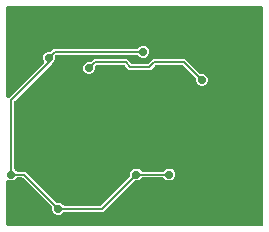
<source format=gbl>
G04 EAGLE Gerber RS-274X export*
G75*
%MOMM*%
%FSLAX34Y34*%
%LPD*%
%INBottom Copper*%
%IPPOS*%
%AMOC8*
5,1,8,0,0,1.08239X$1,22.5*%
G01*
%ADD10C,0.808000*%
%ADD11C,0.706400*%
%ADD12C,0.200000*%

G36*
X219535Y4005D02*
X219535Y4005D01*
X219571Y4002D01*
X219707Y4025D01*
X219843Y4041D01*
X219877Y4053D01*
X219912Y4058D01*
X220039Y4111D01*
X220169Y4158D01*
X220198Y4177D01*
X220231Y4191D01*
X220343Y4272D01*
X220458Y4347D01*
X220483Y4373D01*
X220511Y4393D01*
X220602Y4497D01*
X220697Y4597D01*
X220715Y4628D01*
X220738Y4654D01*
X220802Y4777D01*
X220872Y4895D01*
X220882Y4929D01*
X220899Y4961D01*
X220933Y5094D01*
X220974Y5226D01*
X220976Y5261D01*
X220985Y5295D01*
X220999Y5500D01*
X220999Y189500D01*
X220995Y189535D01*
X220998Y189571D01*
X220975Y189707D01*
X220959Y189843D01*
X220947Y189877D01*
X220942Y189912D01*
X220889Y190039D01*
X220842Y190169D01*
X220823Y190198D01*
X220809Y190231D01*
X220728Y190343D01*
X220653Y190458D01*
X220627Y190483D01*
X220607Y190511D01*
X220503Y190602D01*
X220403Y190697D01*
X220372Y190715D01*
X220346Y190738D01*
X220223Y190802D01*
X220105Y190872D01*
X220071Y190882D01*
X220039Y190899D01*
X219906Y190933D01*
X219774Y190974D01*
X219739Y190976D01*
X219705Y190985D01*
X219500Y190999D01*
X5500Y190999D01*
X5465Y190995D01*
X5429Y190998D01*
X5293Y190975D01*
X5157Y190959D01*
X5123Y190947D01*
X5088Y190942D01*
X4961Y190889D01*
X4831Y190842D01*
X4802Y190823D01*
X4769Y190809D01*
X4657Y190728D01*
X4542Y190653D01*
X4517Y190627D01*
X4489Y190607D01*
X4398Y190503D01*
X4303Y190403D01*
X4285Y190372D01*
X4262Y190346D01*
X4198Y190223D01*
X4128Y190105D01*
X4118Y190071D01*
X4101Y190039D01*
X4067Y189906D01*
X4026Y189774D01*
X4024Y189739D01*
X4015Y189705D01*
X4001Y189500D01*
X4001Y114126D01*
X4013Y114023D01*
X4015Y113918D01*
X4033Y113851D01*
X4041Y113783D01*
X4076Y113685D01*
X4102Y113584D01*
X4135Y113523D01*
X4158Y113458D01*
X4215Y113370D01*
X4264Y113278D01*
X4309Y113226D01*
X4347Y113168D01*
X4422Y113096D01*
X4491Y113017D01*
X4547Y112977D01*
X4597Y112929D01*
X4687Y112877D01*
X4772Y112816D01*
X4836Y112789D01*
X4895Y112754D01*
X4995Y112724D01*
X5091Y112684D01*
X5160Y112673D01*
X5226Y112652D01*
X5330Y112645D01*
X5433Y112628D01*
X5502Y112633D01*
X5571Y112629D01*
X5673Y112646D01*
X5778Y112653D01*
X5844Y112673D01*
X5912Y112685D01*
X6008Y112725D01*
X6108Y112756D01*
X6167Y112791D01*
X6231Y112817D01*
X6316Y112878D01*
X6405Y112931D01*
X6484Y113000D01*
X6511Y113020D01*
X6526Y113036D01*
X6560Y113066D01*
X35628Y142134D01*
X35650Y142162D01*
X35677Y142185D01*
X35757Y142297D01*
X35843Y142405D01*
X35858Y142437D01*
X35879Y142466D01*
X35931Y142594D01*
X35990Y142718D01*
X35997Y142753D01*
X36011Y142786D01*
X36033Y142922D01*
X36061Y143057D01*
X36060Y143092D01*
X36066Y143127D01*
X36056Y143264D01*
X36053Y143402D01*
X36044Y143437D01*
X36041Y143472D01*
X36000Y143603D01*
X35966Y143737D01*
X35949Y143768D01*
X35939Y143802D01*
X35868Y143921D01*
X35804Y144043D01*
X35781Y144069D01*
X35763Y144100D01*
X35746Y144120D01*
X34967Y145999D01*
X34967Y148001D01*
X35733Y149851D01*
X37149Y151267D01*
X38999Y152033D01*
X40875Y152033D01*
X41013Y152049D01*
X41153Y152059D01*
X41185Y152069D01*
X41219Y152073D01*
X41349Y152120D01*
X41483Y152161D01*
X41512Y152179D01*
X41544Y152190D01*
X41661Y152266D01*
X41781Y152337D01*
X41815Y152367D01*
X41833Y152379D01*
X41857Y152403D01*
X41935Y152472D01*
X43964Y154501D01*
X114762Y154501D01*
X114901Y154517D01*
X115040Y154527D01*
X115072Y154537D01*
X115106Y154541D01*
X115237Y154588D01*
X115370Y154629D01*
X115399Y154647D01*
X115431Y154658D01*
X115548Y154734D01*
X115668Y154805D01*
X115702Y154835D01*
X115721Y154847D01*
X115744Y154871D01*
X115822Y154940D01*
X117149Y156267D01*
X118999Y157033D01*
X121001Y157033D01*
X122851Y156267D01*
X124267Y154851D01*
X125033Y153001D01*
X125033Y150999D01*
X124267Y149149D01*
X122851Y147733D01*
X121001Y146967D01*
X118999Y146967D01*
X117149Y147733D01*
X115822Y149060D01*
X115713Y149147D01*
X115608Y149238D01*
X115578Y149254D01*
X115551Y149275D01*
X115425Y149334D01*
X115302Y149399D01*
X115269Y149407D01*
X115238Y149422D01*
X115102Y149450D01*
X114967Y149485D01*
X114922Y149488D01*
X114900Y149493D01*
X114866Y149492D01*
X114762Y149499D01*
X46657Y149499D01*
X46519Y149483D01*
X46379Y149473D01*
X46347Y149463D01*
X46313Y149459D01*
X46183Y149412D01*
X46049Y149371D01*
X46020Y149353D01*
X45988Y149342D01*
X45871Y149266D01*
X45751Y149195D01*
X45717Y149165D01*
X45699Y149153D01*
X45675Y149129D01*
X45597Y149060D01*
X45472Y148935D01*
X45395Y148838D01*
X45389Y148832D01*
X45386Y148826D01*
X45385Y148826D01*
X45294Y148721D01*
X45278Y148691D01*
X45257Y148664D01*
X45198Y148538D01*
X45133Y148415D01*
X45125Y148382D01*
X45110Y148351D01*
X45082Y148215D01*
X45047Y148080D01*
X45044Y148035D01*
X45039Y148013D01*
X45040Y147979D01*
X45033Y147875D01*
X45033Y145999D01*
X44267Y144149D01*
X42940Y142822D01*
X42853Y142713D01*
X42762Y142608D01*
X42746Y142578D01*
X42725Y142551D01*
X42666Y142425D01*
X42601Y142302D01*
X42593Y142269D01*
X42578Y142238D01*
X42550Y142102D01*
X42515Y141967D01*
X42513Y141946D01*
X10940Y110373D01*
X10853Y110264D01*
X10762Y110158D01*
X10746Y110128D01*
X10725Y110102D01*
X10666Y109976D01*
X10601Y109852D01*
X10593Y109819D01*
X10578Y109789D01*
X10550Y109652D01*
X10515Y109517D01*
X10512Y109472D01*
X10507Y109450D01*
X10508Y109417D01*
X10501Y109313D01*
X10501Y53238D01*
X10517Y53099D01*
X10527Y52960D01*
X10537Y52928D01*
X10541Y52894D01*
X10588Y52763D01*
X10629Y52630D01*
X10647Y52601D01*
X10658Y52569D01*
X10734Y52452D01*
X10805Y52332D01*
X10835Y52298D01*
X10847Y52279D01*
X10871Y52256D01*
X10940Y52178D01*
X12178Y50940D01*
X12287Y50853D01*
X12392Y50762D01*
X12422Y50746D01*
X12449Y50725D01*
X12575Y50666D01*
X12698Y50601D01*
X12731Y50593D01*
X12762Y50578D01*
X12898Y50550D01*
X13033Y50515D01*
X13078Y50512D01*
X13100Y50507D01*
X13134Y50508D01*
X13238Y50501D01*
X20036Y50501D01*
X46065Y24472D01*
X46174Y24385D01*
X46279Y24294D01*
X46309Y24278D01*
X46336Y24257D01*
X46462Y24198D01*
X46585Y24133D01*
X46618Y24125D01*
X46649Y24110D01*
X46785Y24082D01*
X46920Y24047D01*
X46965Y24044D01*
X46987Y24039D01*
X47021Y24040D01*
X47125Y24033D01*
X49001Y24033D01*
X50851Y23267D01*
X52177Y21940D01*
X52287Y21853D01*
X52392Y21762D01*
X52422Y21746D01*
X52449Y21725D01*
X52575Y21666D01*
X52698Y21601D01*
X52731Y21593D01*
X52762Y21578D01*
X52898Y21550D01*
X53033Y21515D01*
X53078Y21512D01*
X53100Y21507D01*
X53134Y21508D01*
X53238Y21501D01*
X83343Y21501D01*
X83481Y21517D01*
X83621Y21527D01*
X83653Y21537D01*
X83687Y21541D01*
X83817Y21588D01*
X83951Y21629D01*
X83980Y21647D01*
X84012Y21658D01*
X84129Y21734D01*
X84249Y21805D01*
X84283Y21835D01*
X84301Y21847D01*
X84325Y21871D01*
X84403Y21940D01*
X108528Y46065D01*
X108615Y46174D01*
X108706Y46279D01*
X108722Y46309D01*
X108743Y46336D01*
X108802Y46462D01*
X108867Y46585D01*
X108875Y46618D01*
X108890Y46649D01*
X108918Y46785D01*
X108953Y46920D01*
X108956Y46965D01*
X108961Y46987D01*
X108960Y47021D01*
X108967Y47125D01*
X108967Y49001D01*
X109733Y50851D01*
X111149Y52267D01*
X112999Y53033D01*
X115001Y53033D01*
X116851Y52267D01*
X118177Y50940D01*
X118287Y50853D01*
X118392Y50762D01*
X118422Y50746D01*
X118449Y50725D01*
X118575Y50666D01*
X118698Y50601D01*
X118731Y50593D01*
X118762Y50578D01*
X118898Y50550D01*
X119033Y50515D01*
X119078Y50512D01*
X119100Y50507D01*
X119134Y50508D01*
X119238Y50501D01*
X136762Y50501D01*
X136901Y50517D01*
X137040Y50527D01*
X137072Y50537D01*
X137106Y50541D01*
X137237Y50588D01*
X137370Y50629D01*
X137399Y50647D01*
X137431Y50658D01*
X137548Y50734D01*
X137668Y50805D01*
X137702Y50835D01*
X137721Y50847D01*
X137744Y50871D01*
X137823Y50940D01*
X139149Y52267D01*
X140999Y53033D01*
X143001Y53033D01*
X144851Y52267D01*
X146267Y50851D01*
X147033Y49001D01*
X147033Y46999D01*
X146267Y45149D01*
X144851Y43733D01*
X143001Y42967D01*
X140999Y42967D01*
X139149Y43733D01*
X137823Y45060D01*
X137713Y45147D01*
X137608Y45238D01*
X137578Y45254D01*
X137551Y45275D01*
X137425Y45334D01*
X137302Y45399D01*
X137269Y45407D01*
X137238Y45422D01*
X137102Y45450D01*
X136967Y45485D01*
X136922Y45488D01*
X136900Y45493D01*
X136866Y45492D01*
X136762Y45499D01*
X119238Y45499D01*
X119099Y45483D01*
X118960Y45473D01*
X118928Y45463D01*
X118894Y45459D01*
X118763Y45412D01*
X118630Y45371D01*
X118601Y45353D01*
X118569Y45342D01*
X118452Y45266D01*
X118332Y45195D01*
X118298Y45165D01*
X118279Y45153D01*
X118256Y45129D01*
X118177Y45060D01*
X116851Y43733D01*
X115001Y42967D01*
X113125Y42967D01*
X112987Y42951D01*
X112847Y42941D01*
X112815Y42931D01*
X112781Y42927D01*
X112651Y42880D01*
X112517Y42839D01*
X112488Y42821D01*
X112456Y42810D01*
X112339Y42734D01*
X112219Y42663D01*
X112185Y42633D01*
X112167Y42621D01*
X112143Y42597D01*
X112065Y42528D01*
X86036Y16499D01*
X53238Y16499D01*
X53099Y16483D01*
X52960Y16473D01*
X52928Y16463D01*
X52894Y16459D01*
X52763Y16412D01*
X52630Y16371D01*
X52601Y16353D01*
X52569Y16342D01*
X52452Y16266D01*
X52332Y16195D01*
X52298Y16165D01*
X52279Y16153D01*
X52256Y16129D01*
X52177Y16060D01*
X50851Y14733D01*
X49001Y13967D01*
X46999Y13967D01*
X45149Y14733D01*
X43733Y16149D01*
X42967Y17999D01*
X42967Y19875D01*
X42951Y20013D01*
X42941Y20153D01*
X42931Y20185D01*
X42927Y20219D01*
X42880Y20349D01*
X42839Y20483D01*
X42821Y20512D01*
X42810Y20544D01*
X42734Y20661D01*
X42663Y20781D01*
X42633Y20815D01*
X42621Y20833D01*
X42597Y20857D01*
X42528Y20935D01*
X18403Y45060D01*
X18294Y45147D01*
X18189Y45238D01*
X18159Y45254D01*
X18132Y45275D01*
X18006Y45334D01*
X17883Y45399D01*
X17850Y45407D01*
X17819Y45422D01*
X17683Y45450D01*
X17548Y45485D01*
X17503Y45488D01*
X17481Y45493D01*
X17447Y45492D01*
X17343Y45499D01*
X13238Y45499D01*
X13099Y45483D01*
X12960Y45473D01*
X12928Y45463D01*
X12894Y45459D01*
X12763Y45412D01*
X12630Y45371D01*
X12601Y45353D01*
X12569Y45342D01*
X12452Y45266D01*
X12332Y45195D01*
X12298Y45165D01*
X12279Y45153D01*
X12256Y45129D01*
X12178Y45060D01*
X10851Y43733D01*
X9001Y42967D01*
X6999Y42967D01*
X6074Y43351D01*
X5923Y43393D01*
X5774Y43439D01*
X5757Y43440D01*
X5741Y43445D01*
X5586Y43452D01*
X5429Y43463D01*
X5413Y43460D01*
X5396Y43461D01*
X5242Y43432D01*
X5088Y43407D01*
X5073Y43401D01*
X5056Y43397D01*
X4912Y43334D01*
X4769Y43274D01*
X4755Y43265D01*
X4740Y43258D01*
X4615Y43163D01*
X4489Y43072D01*
X4477Y43059D01*
X4464Y43049D01*
X4364Y42929D01*
X4262Y42811D01*
X4254Y42796D01*
X4243Y42783D01*
X4174Y42643D01*
X4101Y42505D01*
X4097Y42488D01*
X4089Y42473D01*
X4054Y42321D01*
X4015Y42170D01*
X4013Y42148D01*
X4011Y42137D01*
X4011Y42109D01*
X4001Y41965D01*
X4001Y5500D01*
X4005Y5465D01*
X4002Y5429D01*
X4025Y5293D01*
X4041Y5157D01*
X4053Y5123D01*
X4058Y5088D01*
X4111Y4961D01*
X4158Y4831D01*
X4177Y4802D01*
X4191Y4769D01*
X4272Y4657D01*
X4347Y4542D01*
X4373Y4517D01*
X4393Y4489D01*
X4497Y4398D01*
X4597Y4303D01*
X4628Y4285D01*
X4654Y4262D01*
X4777Y4198D01*
X4895Y4128D01*
X4929Y4118D01*
X4961Y4101D01*
X5094Y4067D01*
X5226Y4026D01*
X5261Y4024D01*
X5295Y4015D01*
X5500Y4001D01*
X219500Y4001D01*
X219535Y4005D01*
G37*
%LPC*%
G36*
X168499Y122967D02*
X168499Y122967D01*
X166649Y123733D01*
X165233Y125149D01*
X164467Y126999D01*
X164467Y128875D01*
X164451Y129013D01*
X164441Y129153D01*
X164431Y129185D01*
X164427Y129219D01*
X164380Y129349D01*
X164339Y129483D01*
X164321Y129512D01*
X164310Y129544D01*
X164234Y129661D01*
X164163Y129781D01*
X164133Y129815D01*
X164121Y129833D01*
X164097Y129857D01*
X164028Y129935D01*
X153935Y140028D01*
X153826Y140115D01*
X153721Y140206D01*
X153691Y140222D01*
X153664Y140243D01*
X153538Y140302D01*
X153415Y140367D01*
X153382Y140375D01*
X153351Y140390D01*
X153215Y140418D01*
X153080Y140453D01*
X153035Y140456D01*
X153013Y140461D01*
X152979Y140460D01*
X152875Y140467D01*
X130625Y140467D01*
X130487Y140451D01*
X130347Y140441D01*
X130315Y140431D01*
X130281Y140427D01*
X130151Y140380D01*
X130017Y140339D01*
X129988Y140321D01*
X129956Y140310D01*
X129839Y140234D01*
X129719Y140163D01*
X129685Y140133D01*
X129667Y140121D01*
X129643Y140097D01*
X129565Y140028D01*
X126036Y136499D01*
X107964Y136499D01*
X104403Y140060D01*
X104294Y140147D01*
X104189Y140238D01*
X104159Y140254D01*
X104132Y140275D01*
X104006Y140334D01*
X103883Y140399D01*
X103850Y140407D01*
X103819Y140422D01*
X103683Y140450D01*
X103548Y140485D01*
X103503Y140488D01*
X103481Y140493D01*
X103447Y140492D01*
X103343Y140499D01*
X80657Y140499D01*
X80519Y140483D01*
X80379Y140473D01*
X80347Y140463D01*
X80313Y140459D01*
X80182Y140412D01*
X80049Y140371D01*
X80020Y140353D01*
X79988Y140342D01*
X79871Y140266D01*
X79751Y140195D01*
X79717Y140165D01*
X79699Y140153D01*
X79675Y140129D01*
X79597Y140060D01*
X79472Y139935D01*
X79394Y139837D01*
X79393Y139836D01*
X79393Y139835D01*
X79385Y139826D01*
X79294Y139721D01*
X79278Y139691D01*
X79257Y139664D01*
X79198Y139538D01*
X79133Y139415D01*
X79125Y139382D01*
X79110Y139351D01*
X79082Y139215D01*
X79047Y139080D01*
X79044Y139035D01*
X79039Y139013D01*
X79040Y138979D01*
X79033Y138875D01*
X79033Y136999D01*
X78267Y135149D01*
X76851Y133733D01*
X75001Y132967D01*
X72999Y132967D01*
X71149Y133733D01*
X69733Y135149D01*
X68967Y136999D01*
X68967Y139001D01*
X69733Y140851D01*
X71149Y142267D01*
X72999Y143033D01*
X74875Y143033D01*
X75013Y143049D01*
X75153Y143059D01*
X75185Y143069D01*
X75219Y143073D01*
X75349Y143120D01*
X75483Y143161D01*
X75512Y143179D01*
X75544Y143190D01*
X75660Y143266D01*
X75780Y143337D01*
X75815Y143367D01*
X75833Y143379D01*
X75857Y143403D01*
X75935Y143472D01*
X76060Y143597D01*
X77964Y145501D01*
X106036Y145501D01*
X109597Y141940D01*
X109706Y141853D01*
X109811Y141762D01*
X109841Y141746D01*
X109868Y141725D01*
X109994Y141666D01*
X110117Y141601D01*
X110150Y141593D01*
X110181Y141578D01*
X110317Y141550D01*
X110452Y141515D01*
X110497Y141512D01*
X110519Y141507D01*
X110553Y141508D01*
X110657Y141501D01*
X123343Y141501D01*
X123481Y141517D01*
X123621Y141527D01*
X123653Y141537D01*
X123687Y141541D01*
X123817Y141588D01*
X123951Y141629D01*
X123980Y141647D01*
X124012Y141658D01*
X124129Y141734D01*
X124249Y141805D01*
X124283Y141835D01*
X124301Y141847D01*
X124325Y141871D01*
X124403Y141940D01*
X127932Y145469D01*
X150781Y145469D01*
X150919Y145485D01*
X151058Y145495D01*
X151078Y145501D01*
X153884Y145501D01*
X153954Y145483D01*
X153999Y145480D01*
X154021Y145475D01*
X154054Y145476D01*
X154158Y145469D01*
X155568Y145469D01*
X167565Y133472D01*
X167674Y133385D01*
X167779Y133294D01*
X167809Y133278D01*
X167836Y133257D01*
X167962Y133198D01*
X168085Y133133D01*
X168118Y133125D01*
X168149Y133110D01*
X168285Y133082D01*
X168420Y133047D01*
X168465Y133044D01*
X168487Y133039D01*
X168521Y133040D01*
X168625Y133033D01*
X170501Y133033D01*
X172351Y132267D01*
X173767Y130851D01*
X174533Y129001D01*
X174533Y126999D01*
X173767Y125149D01*
X172351Y123733D01*
X170501Y122967D01*
X168499Y122967D01*
G37*
%LPD*%
D10*
X98000Y102000D03*
X86000Y102000D03*
X86000Y114000D03*
X98000Y114000D03*
X110000Y114000D03*
X122000Y114000D03*
X122000Y102000D03*
X110000Y102000D03*
X86000Y90000D03*
X98000Y90000D03*
X110000Y90000D03*
X122000Y90000D03*
X122000Y78000D03*
X110000Y78000D03*
X98000Y78000D03*
X86000Y78000D03*
D11*
X174000Y78500D03*
X196000Y95000D03*
X170000Y95000D03*
X170000Y115000D03*
X179000Y123000D03*
X175000Y138000D03*
X155000Y149000D03*
X139000Y181000D03*
X108000Y161000D03*
X142000Y37000D03*
X114000Y37000D03*
X76000Y12000D03*
X62000Y12000D03*
X34000Y19000D03*
X18000Y19000D03*
X18000Y58000D03*
X25000Y91500D03*
X36500Y108500D03*
X11000Y122500D03*
X31500Y125500D03*
X22000Y137000D03*
X79000Y169000D03*
X84000Y134000D03*
X74000Y138000D03*
X169500Y128000D03*
D12*
X154532Y142968D01*
X152501Y142968D01*
X152469Y143000D01*
X79000Y143000D02*
X74000Y138000D01*
X128968Y142968D02*
X152501Y142968D01*
X128968Y142968D02*
X125000Y139000D01*
X109000Y139000D01*
X105000Y143000D01*
X79000Y143000D01*
D11*
X120000Y152000D03*
X114000Y48000D03*
X142000Y48000D03*
X48000Y19000D03*
X40000Y147000D03*
X8000Y48000D03*
D12*
X45000Y152000D02*
X120000Y152000D01*
X45000Y152000D02*
X40000Y147000D01*
X40000Y142969D01*
X8000Y110969D02*
X8000Y48000D01*
X8000Y110969D02*
X40000Y142969D01*
X19000Y48000D02*
X8000Y48000D01*
X19000Y48000D02*
X48000Y19000D01*
X85000Y19000D01*
X114000Y48000D01*
X142000Y48000D01*
M02*

</source>
